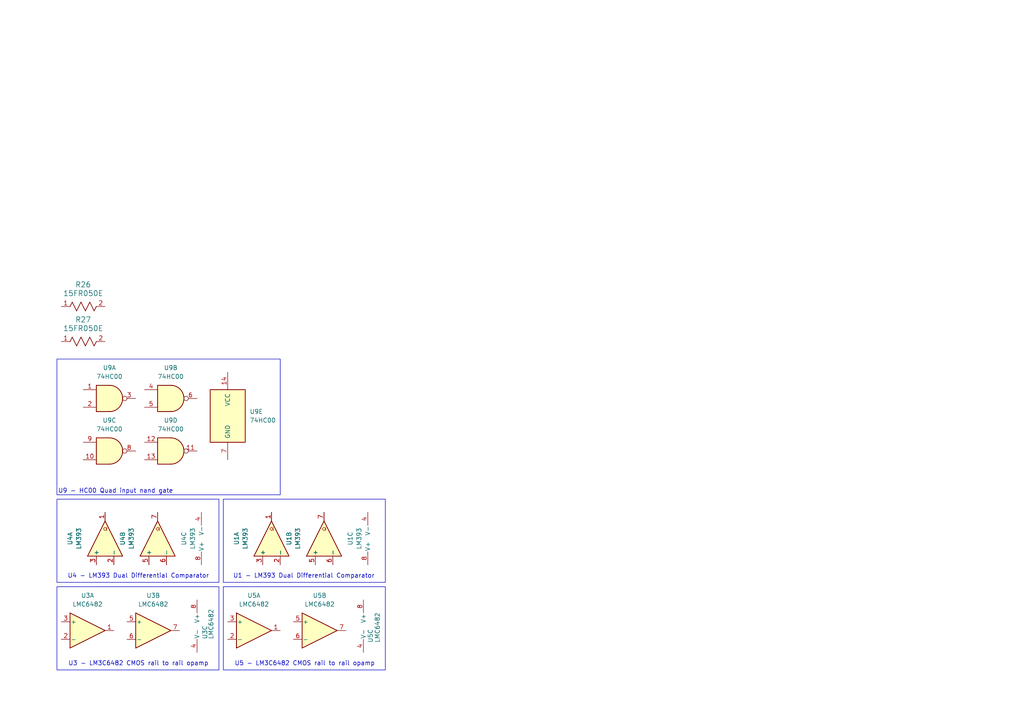
<source format=kicad_sch>
(kicad_sch (version 20250114) (generator "eeschema") (generator_version "9.0")
  (paper "A4")
  (title_block (title "Driver Board Reverse Engineering") (date "2025-09-28") (rev "1") (company "FERMILAB - PARKER LANDON & EM V") (comment 1 "PCB: 1003598 Nov. 2009 V2") (comment 2 "Reverse engineering a board made by Calmar Laser Inc."))
  (lib_symbols
    (symbol "2025-09-28_04-50-52:15FR050E" (pin_names (offset 0.254))
      (property "Reference" "R" (at 5.715 3.81 0))
      (property "Value" "15FR050E" (at 6.35 -3.81 0))
      (symbol "15FR050E_1_1"
        (polyline (pts (xy 2.54 0) (xy 3.175 1.27)) (stroke (width 0.2032)))
        (polyline (pts (xy 3.175 1.27) (xy 4.445 -1.27)) (stroke (width 0.2032)))
        (polyline (pts (xy 4.445 -1.27) (xy 5.715 1.27)) (stroke (width 0.2032)))
        (polyline (pts (xy 5.715 1.27) (xy 6.985 -1.27)) (stroke (width 0.2032)))
        (polyline (pts (xy 6.985 -1.27) (xy 8.255 1.27)) (stroke (width 0.2032)))
        (polyline (pts (xy 8.255 1.27) (xy 9.525 -1.27)) (stroke (width 0.2032)))
        (polyline (pts (xy 9.525 -1.27) (xy 10.16 0)) (stroke (width 0.2032)))
        (pin unspecified line (at 0 0 0) (length 2.54) (name "") (number "1"))
        (pin unspecified line (at 12.7 0 180) (length 2.54) (name "") (number "2"))
      )
      (symbol "15FR050E_1_2"
        (polyline (pts (xy -1.27 8.255) (xy 1.27 9.525)) (stroke (width 0.2032)))
        (polyline (pts (xy -1.27 5.715) (xy 1.27 6.985)) (stroke (width 0.2032)))
        (polyline (pts (xy -1.27 3.175) (xy 1.27 4.445)) (stroke (width 0.2032)))
        (polyline (pts (xy 0 2.54) (xy -1.27 3.175)) (stroke (width 0.2032)))
        (polyline (pts (xy 1.27 9.525) (xy 0 10.16)) (stroke (width 0.2032)))
        (polyline (pts (xy 1.27 6.985) (xy -1.27 8.255)) (stroke (width 0.2032)))
        (polyline (pts (xy 1.27 4.445) (xy -1.27 5.715)) (stroke (width 0.2032)))
        (pin unspecified line (at 0 12.7 270) (length 2.54) (name "") (number "1"))
        (pin unspecified line (at 0 0 90) (length 2.54) (name "") (number "2"))
      )
    )
    (symbol "74xx:74HC00" (pin_names (offset 1.016))
      (property "Reference" "U" (at 0 1.27 0))
      (property "Value" "74HC00" (at 0 -1.27 0))
      (symbol "74HC00_1_1"
        (arc (start 0 3.81) (mid 3.7934 0) (end 0 -3.81) (stroke (width 0.254)) (fill (type background)))
        (polyline (pts (xy 0 3.81) (xy -3.81 3.81) (xy -3.81 -3.81) (xy 0 -3.81)) (stroke (width 0.254)) (fill (type background)))
        (pin input line (at -7.62 2.54 0) (length 3.81) (name "~") (number "1"))
        (pin input line (at -7.62 -2.54 0) (length 3.81) (name "~") (number "2"))
        (pin output inverted (at 7.62 0 180) (length 3.81) (name "~") (number "3"))
      )
      (symbol "74HC00_1_2"
        (arc (start -3.81 3.81) (mid -2.589 0) (end -3.81 -3.81) (stroke (width 0.254)))
        (polyline (pts (xy -3.81 3.81) (xy -0.635 3.81)) (stroke (width 0.254)) (fill (type background)))
        (polyline (pts (xy -3.81 -3.81) (xy -0.635 -3.81)) (stroke (width 0.254)) (fill (type background)))
        (arc (start 3.81 0) (mid 2.1855 -2.584) (end -0.6096 -3.81) (stroke (width 0.254)) (fill (type background)))
        (arc (start -0.6096 3.81) (mid 2.1928 2.5924) (end 3.81 0) (stroke (width 0.254)) (fill (type background)))
        (polyline (pts (xy -0.635 3.81) (xy -3.81 3.81) (xy -3.81 3.81) (xy -3.556 3.4036) (xy -3.0226 2.2606) (xy -2.6924 1.0414) (xy -2.6162 -0.254) (xy -2.7686 -1.4986) (xy -3.175 -2.7178) (xy -3.81 -3.81) (xy -3.81 -3.81) (xy -0.635 -3.81)) (stroke (width -25.4)) (fill (type background)))
        (pin input inverted (at -7.62 2.54 0) (length 4.318) (name "~") (number "1"))
        (pin input inverted (at -7.62 -2.54 0) (length 4.318) (name "~") (number "2"))
        (pin output line (at 7.62 0 180) (length 3.81) (name "~") (number "3"))
      )
      (symbol "74HC00_2_1"
        (arc (start 0 3.81) (mid 3.7934 0) (end 0 -3.81) (stroke (width 0.254)) (fill (type background)))
        (polyline (pts (xy 0 3.81) (xy -3.81 3.81) (xy -3.81 -3.81) (xy 0 -3.81)) (stroke (width 0.254)) (fill (type background)))
        (pin input line (at -7.62 2.54 0) (length 3.81) (name "~") (number "4"))
        (pin input line (at -7.62 -2.54 0) (length 3.81) (name "~") (number "5"))
        (pin output inverted (at 7.62 0 180) (length 3.81) (name "~") (number "6"))
      )
      (symbol "74HC00_2_2"
        (arc (start -3.81 3.81) (mid -2.589 0) (end -3.81 -3.81) (stroke (width 0.254)))
        (polyline (pts (xy -3.81 3.81) (xy -0.635 3.81)) (stroke (width 0.254)) (fill (type background)))
        (polyline (pts (xy -3.81 -3.81) (xy -0.635 -3.81)) (stroke (width 0.254)) (fill (type background)))
        (arc (start 3.81 0) (mid 2.1855 -2.584) (end -0.6096 -3.81) (stroke (width 0.254)) (fill (type background)))
        (arc (start -0.6096 3.81) (mid 2.1928 2.5924) (end 3.81 0) (stroke (width 0.254)) (fill (type background)))
        (polyline (pts (xy -0.635 3.81) (xy -3.81 3.81) (xy -3.81 3.81) (xy -3.556 3.4036) (xy -3.0226 2.2606) (xy -2.6924 1.0414) (xy -2.6162 -0.254) (xy -2.7686 -1.4986) (xy -3.175 -2.7178) (xy -3.81 -3.81) (xy -3.81 -3.81) (xy -0.635 -3.81)) (stroke (width -25.4)) (fill (type background)))
        (pin input inverted (at -7.62 2.54 0) (length 4.318) (name "~") (number "4"))
        (pin input inverted (at -7.62 -2.54 0) (length 4.318) (name "~") (number "5"))
        (pin output line (at 7.62 0 180) (length 3.81) (name "~") (number "6"))
      )
      (symbol "74HC00_3_1"
        (arc (start 0 3.81) (mid 3.7934 0) (end 0 -3.81) (stroke (width 0.254)) (fill (type background)))
        (polyline (pts (xy 0 3.81) (xy -3.81 3.81) (xy -3.81 -3.81) (xy 0 -3.81)) (stroke (width 0.254)) (fill (type background)))
        (pin input line (at -7.62 2.54 0) (length 3.81) (name "~") (number "9"))
        (pin input line (at -7.62 -2.54 0) (length 3.81) (name "~") (number "10"))
        (pin output inverted (at 7.62 0 180) (length 3.81) (name "~") (number "8"))
      )
      (symbol "74HC00_3_2"
        (arc (start -3.81 3.81) (mid -2.589 0) (end -3.81 -3.81) (stroke (width 0.254)))
        (polyline (pts (xy -3.81 3.81) (xy -0.635 3.81)) (stroke (width 0.254)) (fill (type background)))
        (polyline (pts (xy -3.81 -3.81) (xy -0.635 -3.81)) (stroke (width 0.254)) (fill (type background)))
        (arc (start 3.81 0) (mid 2.1855 -2.584) (end -0.6096 -3.81) (stroke (width 0.254)) (fill (type background)))
        (arc (start -0.6096 3.81) (mid 2.1928 2.5924) (end 3.81 0) (stroke (width 0.254)) (fill (type background)))
        (polyline (pts (xy -0.635 3.81) (xy -3.81 3.81) (xy -3.81 3.81) (xy -3.556 3.4036) (xy -3.0226 2.2606) (xy -2.6924 1.0414) (xy -2.6162 -0.254) (xy -2.7686 -1.4986) (xy -3.175 -2.7178) (xy -3.81 -3.81) (xy -3.81 -3.81) (xy -0.635 -3.81)) (stroke (width -25.4)) (fill (type background)))
        (pin input inverted (at -7.62 2.54 0) (length 4.318) (name "~") (number "9"))
        (pin input inverted (at -7.62 -2.54 0) (length 4.318) (name "~") (number "10"))
        (pin output line (at 7.62 0 180) (length 3.81) (name "~") (number "8"))
      )
      (symbol "74HC00_4_1"
        (arc (start 0 3.81) (mid 3.7934 0) (end 0 -3.81) (stroke (width 0.254)) (fill (type background)))
        (polyline (pts (xy 0 3.81) (xy -3.81 3.81) (xy -3.81 -3.81) (xy 0 -3.81)) (stroke (width 0.254)) (fill (type background)))
        (pin input line (at -7.62 2.54 0) (length 3.81) (name "~") (number "12"))
        (pin input line (at -7.62 -2.54 0) (length 3.81) (name "~") (number "13"))
        (pin output inverted (at 7.62 0 180) (length 3.81) (name "~") (number "11"))
      )
      (symbol "74HC00_4_2"
        (arc (start -3.81 3.81) (mid -2.589 0) (end -3.81 -3.81) (stroke (width 0.254)))
        (polyline (pts (xy -3.81 3.81) (xy -0.635 3.81)) (stroke (width 0.254)) (fill (type background)))
        (polyline (pts (xy -3.81 -3.81) (xy -0.635 -3.81)) (stroke (width 0.254)) (fill (type background)))
        (arc (start 3.81 0) (mid 2.1855 -2.584) (end -0.6096 -3.81) (stroke (width 0.254)) (fill (type background)))
        (arc (start -0.6096 3.81) (mid 2.1928 2.5924) (end 3.81 0) (stroke (width 0.254)) (fill (type background)))
        (polyline (pts (xy -0.635 3.81) (xy -3.81 3.81) (xy -3.81 3.81) (xy -3.556 3.4036) (xy -3.0226 2.2606) (xy -2.6924 1.0414) (xy -2.6162 -0.254) (xy -2.7686 -1.4986) (xy -3.175 -2.7178) (xy -3.81 -3.81) (xy -3.81 -3.81) (xy -0.635 -3.81)) (stroke (width -25.4)) (fill (type background)))
        (pin input inverted (at -7.62 2.54 0) (length 4.318) (name "~") (number "12"))
        (pin input inverted (at -7.62 -2.54 0) (length 4.318) (name "~") (number "13"))
        (pin output line (at 7.62 0 180) (length 3.81) (name "~") (number "11"))
      )
      (symbol "74HC00_5_0"
        (pin power_in line (at 0 12.7 270) (length 5.08) (name "VCC") (number "14"))
        (pin power_in line (at 0 -12.7 90) (length 5.08) (name "GND") (number "7"))
      )
      (symbol "74HC00_5_1"
        (rectangle (start -5.08 7.62) (end 5.08 -7.62) (stroke (width 0.254)) (fill (type background)))
      )
    )
    (symbol "Amplifier_Operational:LMC6482" (pin_names (offset 0.127))
      (property "Reference" "U" (at 0 5.08 0))
      (property "Value" "LMC6482" (at 0 -5.08 0))
      (symbol "LMC6482_1_1"
        (polyline (pts (xy -5.08 5.08) (xy 5.08 0) (xy -5.08 -5.08) (xy -5.08 5.08)) (stroke (width 0.254)) (fill (type background)))
        (pin input line (at -7.62 2.54 0) (length 2.54) (name "+") (number "3"))
        (pin input line (at -7.62 -2.54 0) (length 2.54) (name "-") (number "2"))
        (pin output line (at 7.62 0 180) (length 2.54) (name "~") (number "1"))
      )
      (symbol "LMC6482_2_1"
        (polyline (pts (xy -5.08 5.08) (xy 5.08 0) (xy -5.08 -5.08) (xy -5.08 5.08)) (stroke (width 0.254)) (fill (type background)))
        (pin input line (at -7.62 2.54 0) (length 2.54) (name "+") (number "5"))
        (pin input line (at -7.62 -2.54 0) (length 2.54) (name "-") (number "6"))
        (pin output line (at 7.62 0 180) (length 2.54) (name "~") (number "7"))
      )
      (symbol "LMC6482_3_1"
        (pin power_in line (at -2.54 7.62 270) (length 3.81) (name "V+") (number "8"))
        (pin power_in line (at -2.54 -7.62 90) (length 3.81) (name "V-") (number "4"))
      )
    )
    (symbol "Comparator:LM393" (pin_names (offset 0.127))
      (property "Reference" "U" (at 3.81 3.81 0))
      (property "Value" "LM393" (at 6.35 -3.81 0))
      (symbol "LM393_1_1"
        (polyline (pts (xy -5.08 5.08) (xy 5.08 0) (xy -5.08 -5.08) (xy -5.08 5.08)) (stroke (width 0.254)) (fill (type background)))
        (polyline (pts (xy 3.302 -0.508) (xy 2.794 -0.508) (xy 3.302 0) (xy 2.794 0.508) (xy 2.286 0) (xy 2.794 -0.508) (xy 2.286 -0.508)) (stroke (width 0.127)))
        (pin input line (at -7.62 2.54 0) (length 2.54) (name "+") (number "3"))
        (pin input line (at -7.62 -2.54 0) (length 2.54) (name "-") (number "2"))
        (pin open_collector line (at 7.62 0 180) (length 2.54) (name "~") (number "1"))
      )
      (symbol "LM393_2_1"
        (polyline (pts (xy -5.08 5.08) (xy 5.08 0) (xy -5.08 -5.08) (xy -5.08 5.08)) (stroke (width 0.254)) (fill (type background)))
        (polyline (pts (xy 3.302 -0.508) (xy 2.794 -0.508) (xy 3.302 0) (xy 2.794 0.508) (xy 2.286 0) (xy 2.794 -0.508) (xy 2.286 -0.508)) (stroke (width 0.127)))
        (pin input line (at -7.62 2.54 0) (length 2.54) (name "+") (number "5"))
        (pin input line (at -7.62 -2.54 0) (length 2.54) (name "-") (number "6"))
        (pin open_collector line (at 7.62 0 180) (length 2.54) (name "~") (number "7"))
      )
      (symbol "LM393_3_1"
        (pin power_in line (at -2.54 7.62 270) (length 3.81) (name "V+") (number "8"))
        (pin power_in line (at -2.54 -7.62 90) (length 3.81) (name "V-") (number "4"))
      )
    )
  )
  (rectangle (start 16.51 144.78) (end 63.5 168.91))
  (rectangle (start 16.51 170.18) (end 63.5 194.31))
  (rectangle (start 64.77 170.18) (end 111.76 194.31))
  (rectangle (start 64.77 144.78) (end 111.76 168.91))
  (rectangle (start 16.51 104.14) (end 81.28 143.51))
  (text "U1 - LM393 Dual Differential Comparator" (at 88.138 167.132 0) (effects (font (size 1.27 1.27))))
  (text "U3 - LM3C6482 CMOS rail to rail opamp" (at 40.132 192.532 0) (effects (font (size 1.27 1.27))))
  (text "U5 - LM3C6482 CMOS rail to rail opamp" (at 88.392 192.532 0) (effects (font (size 1.27 1.27))))
  (text "U9 - HC00 Quad input nand gate" (at 33.528 142.494 0) (effects (font (size 1.27 1.27))))
  (text "U4 - LM393 Dual Differential Comparator" (at 40.132 167.132 0) (effects (font (size 1.27 1.27))))
  (symbol (lib_id "Amplifier_Operational:LMC6482") (at 44.45 182.88 0) (unit 2)
    (property "Reference" "U3" (at 44.45 172.72 0))
    (property "Value" "LMC6482" (at 44.45 175.26 0))
    (property "Datasheet" "http://www.ti.com/lit/ds/symlink/lmc6482.pdf" (effects (hide yes)))
    (property "Description" "Dual CMOS Rail-to-Rail Input and Output Operational Amplifier, DIP-8/SOIC-8, SSOP-8" (effects (hide yes)))
  )
  (symbol (lib_id "2025-09-28_04-50-52:15FR050E") (at 17.78 99.06 0) (unit 1)
    (property "Reference" "R27" (at 24.13 92.71 0) (effects (font (size 1.524 1.524))))
    (property "Value" "15FR050E" (at 24.13 95.25 0) (effects (font (size 1.524 1.524))))
    (property "Footprint" "RES_15_OHM" (effects (hide yes)))
    (property "Datasheet" "15FR050E" (effects (hide yes)))
  )
  (symbol (lib_id "Comparator:LM393") (at 45.72 156.21 90) (unit 2)
    (property "Reference" "U4" (at 35.56 156.21 0))
    (property "Value" "LM393" (at 38.1 156.21 0))
    (property "Datasheet" "http://www.ti.com/lit/ds/symlink/lm393.pdf" (effects (hide yes)))
    (property "Description" "Low-Power, Low-Offset Voltage, Dual Comparators, DIP-8/SOIC-8/TO-99-8" (effects (hide yes)))
  )
  (symbol (lib_id "74xx:74HC00") (at 31.75 130.81 0) (unit 3)
    (property "Reference" "U9" (at 31.7417 121.92 0))
    (property "Value" "74HC00" (at 31.7417 124.46 0))
    (property "Datasheet" "http://www.ti.com/lit/gpn/sn74hc00" (effects (hide yes)))
    (property "Description" "quad 2-input NAND gate" (effects (hide yes)))
  )
  (symbol (lib_id "Amplifier_Operational:LMC6482") (at 107.95 181.61 0) (unit 3)
    (property "Reference" "U5" (at 107.442 186.436 90) (effects (justify left)))
    (property "Value" "LMC6482" (at 109.474 186.436 90) (effects (justify left)))
    (property "Datasheet" "http://www.ti.com/lit/ds/symlink/lmc6482.pdf" (effects (hide yes)))
    (property "Description" "Dual CMOS Rail-to-Rail Input and Output Operational Amplifier, DIP-8/SOIC-8, SSOP-8" (effects (hide yes)))
  )
  (symbol (lib_id "74xx:74HC00") (at 66.04 120.65 0) (unit 5)
    (property "Reference" "U9" (at 72.39 119.3799 0) (effects (justify left)))
    (property "Value" "74HC00" (at 72.39 121.9199 0) (effects (justify left)))
    (property "Datasheet" "http://www.ti.com/lit/gpn/sn74hc00" (effects (hide yes)))
    (property "Description" "quad 2-input NAND gate" (effects (hide yes)))
  )
  (symbol (lib_id "Amplifier_Operational:LMC6482") (at 73.66 182.88 0) (unit 1)
    (property "Reference" "U5" (at 73.66 172.72 0))
    (property "Value" "LMC6482" (at 73.66 175.26 0))
    (property "Datasheet" "http://www.ti.com/lit/ds/symlink/lmc6482.pdf" (effects (hide yes)))
    (property "Description" "Dual CMOS Rail-to-Rail Input and Output Operational Amplifier, DIP-8/SOIC-8, SSOP-8" (effects (hide yes)))
  )
  (symbol (lib_id "74xx:74HC00") (at 49.53 130.81 0) (unit 4)
    (property "Reference" "U9" (at 49.5217 121.92 0))
    (property "Value" "74HC00" (at 49.5217 124.46 0))
    (property "Datasheet" "http://www.ti.com/lit/gpn/sn74hc00" (effects (hide yes)))
    (property "Description" "quad 2-input NAND gate" (effects (hide yes)))
  )
  (symbol (lib_id "Comparator:LM393") (at 55.88 156.21 180) (unit 3)
    (property "Reference" "U4" (at 53.34 156.21 90))
    (property "Value" "LM393" (at 55.88 156.21 90))
    (property "Datasheet" "http://www.ti.com/lit/ds/symlink/lm393.pdf" (effects (hide yes)))
    (property "Description" "Low-Power, Low-Offset Voltage, Dual Comparators, DIP-8/SOIC-8/TO-99-8" (effects (hide yes)))
  )
  (symbol (lib_id "Comparator:LM393") (at 78.74 156.21 90) (unit 1)
    (property "Reference" "U1" (at 68.58 156.21 0))
    (property "Value" "LM393" (at 71.12 156.21 0))
    (property "Datasheet" "http://www.ti.com/lit/ds/symlink/lm393.pdf" (effects (hide yes)))
    (property "Description" "Low-Power, Low-Offset Voltage, Dual Comparators, DIP-8/SOIC-8/TO-99-8" (effects (hide yes)))
  )
  (symbol (lib_id "2025-09-28_04-50-52:15FR050E") (at 17.78 88.9 0) (unit 1)
    (property "Reference" "R26" (at 24.13 82.55 0) (effects (font (size 1.524 1.524))))
    (property "Value" "15FR050E" (at 24.13 85.09 0) (effects (font (size 1.524 1.524))))
    (property "Footprint" "RES_15_OHM" (effects (hide yes)))
    (property "Datasheet" "15FR050E" (effects (hide yes)))
  )
  (symbol (lib_id "Amplifier_Operational:LMC6482") (at 92.71 182.88 0) (unit 2)
    (property "Reference" "U5" (at 92.71 172.72 0))
    (property "Value" "LMC6482" (at 92.71 175.26 0))
    (property "Datasheet" "http://www.ti.com/lit/ds/symlink/lmc6482.pdf" (effects (hide yes)))
    (property "Description" "Dual CMOS Rail-to-Rail Input and Output Operational Amplifier, DIP-8/SOIC-8, SSOP-8" (effects (hide yes)))
  )
  (symbol (lib_id "Amplifier_Operational:LMC6482") (at 59.69 181.61 0) (unit 3)
    (property "Reference" "U3" (at 59.436 185.42 90) (effects (justify left)))
    (property "Value" "LMC6482" (at 61.214 185.42 90) (effects (justify left)))
    (property "Datasheet" "http://www.ti.com/lit/ds/symlink/lmc6482.pdf" (effects (hide yes)))
    (property "Description" "Dual CMOS Rail-to-Rail Input and Output Operational Amplifier, DIP-8/SOIC-8, SSOP-8" (effects (hide yes)))
  )
  (symbol (lib_id "Comparator:LM393") (at 93.98 156.21 90) (unit 2)
    (property "Reference" "U1" (at 83.82 156.21 0))
    (property "Value" "LM393" (at 86.36 156.21 0))
    (property "Datasheet" "http://www.ti.com/lit/ds/symlink/lm393.pdf" (effects (hide yes)))
    (property "Description" "Low-Power, Low-Offset Voltage, Dual Comparators, DIP-8/SOIC-8/TO-99-8" (effects (hide yes)))
  )
  (symbol (lib_id "74xx:74HC00") (at 31.75 115.57 0) (unit 1)
    (property "Reference" "U9" (at 31.7417 106.68 0))
    (property "Value" "74HC00" (at 31.7417 109.22 0))
    (property "Datasheet" "http://www.ti.com/lit/gpn/sn74hc00" (effects (hide yes)))
    (property "Description" "quad 2-input NAND gate" (effects (hide yes)))
  )
  (symbol (lib_id "Comparator:LM393") (at 104.14 156.21 180) (unit 3)
    (property "Reference" "U1" (at 101.6 156.21 90))
    (property "Value" "LM393" (at 104.14 156.21 90))
    (property "Datasheet" "http://www.ti.com/lit/ds/symlink/lm393.pdf" (effects (hide yes)))
    (property "Description" "Low-Power, Low-Offset Voltage, Dual Comparators, DIP-8/SOIC-8/TO-99-8" (effects (hide yes)))
  )
  (symbol (lib_id "Amplifier_Operational:LMC6482") (at 25.4 182.88 0) (unit 1)
    (property "Reference" "U3" (at 25.4 172.72 0))
    (property "Value" "LMC6482" (at 25.4 175.26 0))
    (property "Datasheet" "http://www.ti.com/lit/ds/symlink/lmc6482.pdf" (effects (hide yes)))
    (property "Description" "Dual CMOS Rail-to-Rail Input and Output Operational Amplifier, DIP-8/SOIC-8, SSOP-8" (effects (hide yes)))
  )
  (symbol (lib_id "74xx:74HC00") (at 49.53 115.57 0) (unit 2)
    (property "Reference" "U9" (at 49.5217 106.68 0))
    (property "Value" "74HC00" (at 49.5217 109.22 0))
    (property "Datasheet" "http://www.ti.com/lit/gpn/sn74hc00" (effects (hide yes)))
    (property "Description" "quad 2-input NAND gate" (effects (hide yes)))
  )
  (symbol (lib_id "Comparator:LM393") (at 30.48 156.21 90) (unit 1)
    (property "Reference" "U4" (at 20.32 156.21 0))
    (property "Value" "LM393" (at 22.86 156.21 0))
    (property "Datasheet" "http://www.ti.com/lit/ds/symlink/lm393.pdf" (effects (hide yes)))
    (property "Description" "Low-Power, Low-Offset Voltage, Dual Comparators, DIP-8/SOIC-8/TO-99-8" (effects (hide yes)))
  )
)
</source>
